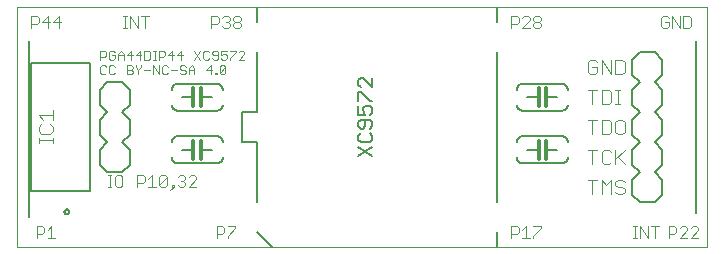
<source format=gto>
G75*
%MOIN*%
%OFA0B0*%
%FSLAX25Y25*%
%IPPOS*%
%LPD*%
%AMOC8*
5,1,8,0,0,1.08239X$1,22.5*
%
%ADD10C,0.00000*%
%ADD11C,0.00400*%
%ADD12C,0.00300*%
%ADD13C,0.00600*%
%ADD14C,0.01200*%
%ADD15C,0.00500*%
%ADD16C,0.00800*%
D10*
X0001000Y0001301D02*
X0001000Y0081261D01*
X0230999Y0081260D01*
X0230999Y0001300D01*
X0001000Y0001301D01*
D11*
X0191199Y0023604D02*
X0194268Y0023604D01*
X0192734Y0023604D02*
X0192734Y0019000D01*
X0195803Y0019000D02*
X0195803Y0023604D01*
X0197338Y0022069D01*
X0198872Y0023604D01*
X0198872Y0019000D01*
X0200407Y0019767D02*
X0201174Y0019000D01*
X0202709Y0019000D01*
X0203476Y0019767D01*
X0203476Y0020535D01*
X0202709Y0021302D01*
X0201174Y0021302D01*
X0200407Y0022069D01*
X0200407Y0022837D01*
X0201174Y0023604D01*
X0202709Y0023604D01*
X0203476Y0022837D01*
X0203476Y0029000D02*
X0201174Y0031302D01*
X0200407Y0030535D02*
X0203476Y0033604D01*
X0200407Y0033604D02*
X0200407Y0029000D01*
X0198872Y0029767D02*
X0198105Y0029000D01*
X0196570Y0029000D01*
X0195803Y0029767D01*
X0195803Y0032837D01*
X0196570Y0033604D01*
X0198105Y0033604D01*
X0198872Y0032837D01*
X0194268Y0033604D02*
X0191199Y0033604D01*
X0192734Y0033604D02*
X0192734Y0029000D01*
X0192734Y0039000D02*
X0192734Y0043604D01*
X0194268Y0043604D02*
X0191199Y0043604D01*
X0195803Y0043604D02*
X0198105Y0043604D01*
X0198872Y0042837D01*
X0198872Y0039767D01*
X0198105Y0039000D01*
X0195803Y0039000D01*
X0195803Y0043604D01*
X0200407Y0042837D02*
X0200407Y0039767D01*
X0201174Y0039000D01*
X0202709Y0039000D01*
X0203476Y0039767D01*
X0203476Y0042837D01*
X0202709Y0043604D01*
X0201174Y0043604D01*
X0200407Y0042837D01*
X0200407Y0049000D02*
X0201942Y0049000D01*
X0201174Y0049000D02*
X0201174Y0053604D01*
X0200407Y0053604D02*
X0201942Y0053604D01*
X0198872Y0052837D02*
X0198105Y0053604D01*
X0195803Y0053604D01*
X0195803Y0049000D01*
X0198105Y0049000D01*
X0198872Y0049767D01*
X0198872Y0052837D01*
X0194268Y0053604D02*
X0191199Y0053604D01*
X0192734Y0053604D02*
X0192734Y0049000D01*
X0191967Y0059000D02*
X0193501Y0059000D01*
X0194268Y0059767D01*
X0194268Y0061302D01*
X0192734Y0061302D01*
X0194268Y0062837D02*
X0193501Y0063604D01*
X0191967Y0063604D01*
X0191199Y0062837D01*
X0191199Y0059767D01*
X0191967Y0059000D01*
X0195803Y0059000D02*
X0195803Y0063604D01*
X0198872Y0059000D01*
X0198872Y0063604D01*
X0200407Y0063604D02*
X0202709Y0063604D01*
X0203476Y0062837D01*
X0203476Y0059767D01*
X0202709Y0059000D01*
X0200407Y0059000D01*
X0200407Y0063604D01*
D12*
X0215624Y0075067D02*
X0216242Y0074450D01*
X0217476Y0074450D01*
X0218093Y0075067D01*
X0218093Y0076302D01*
X0216859Y0076302D01*
X0218093Y0077536D02*
X0217476Y0078153D01*
X0216242Y0078153D01*
X0215624Y0077536D01*
X0215624Y0075067D01*
X0219308Y0074450D02*
X0219308Y0078153D01*
X0221776Y0074450D01*
X0221776Y0078153D01*
X0222991Y0078153D02*
X0224842Y0078153D01*
X0225460Y0077536D01*
X0225460Y0075067D01*
X0224842Y0074450D01*
X0222991Y0074450D01*
X0222991Y0078153D01*
X0175460Y0077536D02*
X0175460Y0076919D01*
X0174842Y0076302D01*
X0173608Y0076302D01*
X0172991Y0076919D01*
X0172991Y0077536D01*
X0173608Y0078153D01*
X0174842Y0078153D01*
X0175460Y0077536D01*
X0174842Y0076302D02*
X0175460Y0075684D01*
X0175460Y0075067D01*
X0174842Y0074450D01*
X0173608Y0074450D01*
X0172991Y0075067D01*
X0172991Y0075684D01*
X0173608Y0076302D01*
X0171776Y0076919D02*
X0171776Y0077536D01*
X0171159Y0078153D01*
X0169925Y0078153D01*
X0169308Y0077536D01*
X0168093Y0077536D02*
X0168093Y0076302D01*
X0167476Y0075684D01*
X0165624Y0075684D01*
X0165624Y0074450D02*
X0165624Y0078153D01*
X0167476Y0078153D01*
X0168093Y0077536D01*
X0169308Y0074450D02*
X0171776Y0076919D01*
X0171776Y0074450D02*
X0169308Y0074450D01*
X0076746Y0066169D02*
X0076746Y0065685D01*
X0074811Y0063750D01*
X0076746Y0063750D01*
X0076746Y0066169D02*
X0076263Y0066652D01*
X0075295Y0066652D01*
X0074811Y0066169D01*
X0073800Y0066169D02*
X0071865Y0064234D01*
X0071865Y0063750D01*
X0070853Y0064234D02*
X0070370Y0063750D01*
X0069402Y0063750D01*
X0068918Y0064234D01*
X0068918Y0065201D02*
X0069886Y0065685D01*
X0070370Y0065685D01*
X0070853Y0065201D01*
X0070853Y0064234D01*
X0068918Y0065201D02*
X0068918Y0066652D01*
X0070853Y0066652D01*
X0071865Y0066652D02*
X0073800Y0066652D01*
X0073800Y0066169D01*
X0067907Y0066169D02*
X0067423Y0066652D01*
X0066456Y0066652D01*
X0065972Y0066169D01*
X0065972Y0065685D01*
X0066456Y0065201D01*
X0067907Y0065201D01*
X0067907Y0064234D02*
X0067907Y0066169D01*
X0064960Y0066169D02*
X0064476Y0066652D01*
X0063509Y0066652D01*
X0063025Y0066169D01*
X0063025Y0064234D01*
X0063509Y0063750D01*
X0064476Y0063750D01*
X0064960Y0064234D01*
X0065972Y0064234D02*
X0066456Y0063750D01*
X0067423Y0063750D01*
X0067907Y0064234D01*
X0068911Y0061852D02*
X0069878Y0061852D01*
X0070362Y0061369D01*
X0068427Y0059434D01*
X0068911Y0058950D01*
X0069878Y0058950D01*
X0070362Y0059434D01*
X0070362Y0061369D01*
X0068911Y0061852D02*
X0068427Y0061369D01*
X0068427Y0059434D01*
X0067438Y0059434D02*
X0067438Y0058950D01*
X0066954Y0058950D01*
X0066954Y0059434D01*
X0067438Y0059434D01*
X0065459Y0058950D02*
X0065459Y0061852D01*
X0064007Y0060401D01*
X0065942Y0060401D01*
X0060049Y0060401D02*
X0058114Y0060401D01*
X0058114Y0060885D02*
X0059082Y0061852D01*
X0060049Y0060885D01*
X0060049Y0058950D01*
X0058114Y0058950D02*
X0058114Y0060885D01*
X0057103Y0061369D02*
X0056619Y0061852D01*
X0055652Y0061852D01*
X0055168Y0061369D01*
X0055168Y0060885D01*
X0055652Y0060401D01*
X0056619Y0060401D01*
X0057103Y0059917D01*
X0057103Y0059434D01*
X0056619Y0058950D01*
X0055652Y0058950D01*
X0055168Y0059434D01*
X0051210Y0059434D02*
X0050726Y0058950D01*
X0049759Y0058950D01*
X0049275Y0059434D01*
X0049275Y0061369D01*
X0049759Y0061852D01*
X0050726Y0061852D01*
X0051210Y0061369D01*
X0052221Y0060401D02*
X0054156Y0060401D01*
X0048263Y0058950D02*
X0048263Y0061852D01*
X0046328Y0061852D02*
X0048263Y0058950D01*
X0046328Y0058950D02*
X0046328Y0061852D01*
X0045317Y0060401D02*
X0043382Y0060401D01*
X0042370Y0061369D02*
X0042370Y0061852D01*
X0042370Y0061369D02*
X0041403Y0060401D01*
X0041403Y0058950D01*
X0039424Y0059434D02*
X0039424Y0059917D01*
X0038940Y0060401D01*
X0037489Y0060401D01*
X0038940Y0060401D02*
X0039424Y0060885D01*
X0039424Y0061369D01*
X0038940Y0061852D01*
X0037489Y0061852D01*
X0037489Y0058950D01*
X0038940Y0058950D01*
X0039424Y0059434D01*
X0040435Y0061369D02*
X0041403Y0060401D01*
X0040435Y0061369D02*
X0040435Y0061852D01*
X0041887Y0063750D02*
X0041887Y0066652D01*
X0040435Y0065201D01*
X0042370Y0065201D01*
X0043382Y0063750D02*
X0044833Y0063750D01*
X0045317Y0064234D01*
X0045317Y0066169D01*
X0044833Y0066652D01*
X0043382Y0066652D01*
X0043382Y0063750D01*
X0046328Y0063750D02*
X0047296Y0063750D01*
X0046812Y0063750D02*
X0046812Y0066652D01*
X0046328Y0066652D02*
X0047296Y0066652D01*
X0048293Y0066652D02*
X0049744Y0066652D01*
X0050228Y0066169D01*
X0050228Y0065201D01*
X0049744Y0064717D01*
X0048293Y0064717D01*
X0048293Y0063750D02*
X0048293Y0066652D01*
X0051239Y0065201D02*
X0053174Y0065201D01*
X0054186Y0065201D02*
X0056121Y0065201D01*
X0055637Y0063750D02*
X0055637Y0066652D01*
X0054186Y0065201D01*
X0052690Y0063750D02*
X0052690Y0066652D01*
X0051239Y0065201D01*
X0060079Y0063750D02*
X0062014Y0066652D01*
X0060079Y0066652D02*
X0062014Y0063750D01*
X0039424Y0065201D02*
X0037489Y0065201D01*
X0038940Y0066652D01*
X0038940Y0063750D01*
X0036477Y0063750D02*
X0036477Y0065685D01*
X0035510Y0066652D01*
X0034542Y0065685D01*
X0034542Y0063750D01*
X0033531Y0064234D02*
X0033531Y0065201D01*
X0032563Y0065201D01*
X0031596Y0064234D02*
X0032079Y0063750D01*
X0033047Y0063750D01*
X0033531Y0064234D01*
X0034542Y0065201D02*
X0036477Y0065201D01*
X0033531Y0066169D02*
X0033047Y0066652D01*
X0032079Y0066652D01*
X0031596Y0066169D01*
X0031596Y0064234D01*
X0030584Y0065201D02*
X0030100Y0064717D01*
X0028649Y0064717D01*
X0028649Y0063750D02*
X0028649Y0066652D01*
X0030100Y0066652D01*
X0030584Y0066169D01*
X0030584Y0065201D01*
X0030100Y0061852D02*
X0029133Y0061852D01*
X0028649Y0061369D01*
X0028649Y0059434D01*
X0029133Y0058950D01*
X0030100Y0058950D01*
X0030584Y0059434D01*
X0031596Y0059434D02*
X0032079Y0058950D01*
X0033047Y0058950D01*
X0033531Y0059434D01*
X0031596Y0059434D02*
X0031596Y0061369D01*
X0032079Y0061852D01*
X0033047Y0061852D01*
X0033531Y0061369D01*
X0030584Y0061369D02*
X0030100Y0061852D01*
X0036238Y0074450D02*
X0037473Y0074450D01*
X0036856Y0074450D02*
X0036856Y0078153D01*
X0037473Y0078153D02*
X0036238Y0078153D01*
X0038694Y0078153D02*
X0041163Y0074450D01*
X0041163Y0078153D01*
X0042377Y0078153D02*
X0044846Y0078153D01*
X0043611Y0078153D02*
X0043611Y0074450D01*
X0038694Y0074450D02*
X0038694Y0078153D01*
X0015460Y0076302D02*
X0012991Y0076302D01*
X0014842Y0078153D01*
X0014842Y0074450D01*
X0011776Y0076302D02*
X0009308Y0076302D01*
X0011159Y0078153D01*
X0011159Y0074450D01*
X0008093Y0076302D02*
X0007476Y0075684D01*
X0005624Y0075684D01*
X0005624Y0074450D02*
X0005624Y0078153D01*
X0007476Y0078153D01*
X0008093Y0077536D01*
X0008093Y0076302D01*
X0065624Y0075684D02*
X0067476Y0075684D01*
X0068093Y0076302D01*
X0068093Y0077536D01*
X0067476Y0078153D01*
X0065624Y0078153D01*
X0065624Y0074450D01*
X0069308Y0075067D02*
X0069925Y0074450D01*
X0071159Y0074450D01*
X0071776Y0075067D01*
X0071776Y0075684D01*
X0071159Y0076302D01*
X0070542Y0076302D01*
X0071159Y0076302D02*
X0071776Y0076919D01*
X0071776Y0077536D01*
X0071159Y0078153D01*
X0069925Y0078153D01*
X0069308Y0077536D01*
X0072991Y0077536D02*
X0072991Y0076919D01*
X0073608Y0076302D01*
X0074842Y0076302D01*
X0075460Y0075684D01*
X0075460Y0075067D01*
X0074842Y0074450D01*
X0073608Y0074450D01*
X0072991Y0075067D01*
X0072991Y0075684D01*
X0073608Y0076302D01*
X0074842Y0076302D02*
X0075460Y0076919D01*
X0075460Y0077536D01*
X0074842Y0078153D01*
X0073608Y0078153D01*
X0072991Y0077536D01*
X0012849Y0046859D02*
X0012849Y0043723D01*
X0012065Y0042255D02*
X0012849Y0041471D01*
X0012849Y0039903D01*
X0012065Y0039119D01*
X0008929Y0039119D01*
X0008145Y0039903D01*
X0008145Y0041471D01*
X0008929Y0042255D01*
X0009713Y0043723D02*
X0008145Y0045291D01*
X0012849Y0045291D01*
X0012849Y0037618D02*
X0012849Y0036050D01*
X0012849Y0036834D02*
X0008145Y0036834D01*
X0008145Y0036050D02*
X0008145Y0037618D01*
X0031149Y0025153D02*
X0032384Y0025153D01*
X0031766Y0025153D02*
X0031766Y0021450D01*
X0031149Y0021450D02*
X0032384Y0021450D01*
X0033605Y0022067D02*
X0034222Y0021450D01*
X0035456Y0021450D01*
X0036073Y0022067D01*
X0036073Y0024536D01*
X0035456Y0025153D01*
X0034222Y0025153D01*
X0033605Y0024536D01*
X0033605Y0022067D01*
X0040971Y0021450D02*
X0040971Y0025153D01*
X0042823Y0025153D01*
X0043440Y0024536D01*
X0043440Y0023302D01*
X0042823Y0022684D01*
X0040971Y0022684D01*
X0044654Y0021450D02*
X0047123Y0021450D01*
X0045888Y0021450D02*
X0045888Y0025153D01*
X0044654Y0023919D01*
X0048337Y0024536D02*
X0048954Y0025153D01*
X0050189Y0025153D01*
X0050806Y0024536D01*
X0048337Y0022067D01*
X0048954Y0021450D01*
X0050189Y0021450D01*
X0050806Y0022067D01*
X0050806Y0024536D01*
X0048337Y0024536D02*
X0048337Y0022067D01*
X0052020Y0020216D02*
X0053255Y0021450D01*
X0052638Y0021450D01*
X0052638Y0022067D01*
X0053255Y0022067D01*
X0053255Y0021450D01*
X0054476Y0022067D02*
X0055093Y0021450D01*
X0056327Y0021450D01*
X0056945Y0022067D01*
X0056945Y0022684D01*
X0056327Y0023302D01*
X0055710Y0023302D01*
X0056327Y0023302D02*
X0056945Y0023919D01*
X0056945Y0024536D01*
X0056327Y0025153D01*
X0055093Y0025153D01*
X0054476Y0024536D01*
X0058159Y0024536D02*
X0058776Y0025153D01*
X0060011Y0025153D01*
X0060628Y0024536D01*
X0060628Y0023919D01*
X0058159Y0021450D01*
X0060628Y0021450D01*
X0067466Y0008153D02*
X0069318Y0008153D01*
X0069935Y0007536D01*
X0069935Y0006302D01*
X0069318Y0005684D01*
X0067466Y0005684D01*
X0067466Y0004450D02*
X0067466Y0008153D01*
X0071149Y0008153D02*
X0073618Y0008153D01*
X0073618Y0007536D01*
X0071149Y0005067D01*
X0071149Y0004450D01*
X0013618Y0004450D02*
X0011149Y0004450D01*
X0012384Y0004450D02*
X0012384Y0008153D01*
X0011149Y0006919D01*
X0009935Y0007536D02*
X0009935Y0006302D01*
X0009318Y0005684D01*
X0007466Y0005684D01*
X0007466Y0004450D02*
X0007466Y0008153D01*
X0009318Y0008153D01*
X0009935Y0007536D01*
X0165624Y0008153D02*
X0165624Y0004450D01*
X0165624Y0005684D02*
X0167476Y0005684D01*
X0168093Y0006302D01*
X0168093Y0007536D01*
X0167476Y0008153D01*
X0165624Y0008153D01*
X0169308Y0006919D02*
X0170542Y0008153D01*
X0170542Y0004450D01*
X0169308Y0004450D02*
X0171776Y0004450D01*
X0172991Y0004450D02*
X0172991Y0005067D01*
X0175460Y0007536D01*
X0175460Y0008153D01*
X0172991Y0008153D01*
X0206238Y0008153D02*
X0207473Y0008153D01*
X0206856Y0008153D02*
X0206856Y0004450D01*
X0207473Y0004450D02*
X0206238Y0004450D01*
X0208694Y0004450D02*
X0208694Y0008153D01*
X0211163Y0004450D01*
X0211163Y0008153D01*
X0212377Y0008153D02*
X0214846Y0008153D01*
X0213611Y0008153D02*
X0213611Y0004450D01*
X0218124Y0004450D02*
X0218124Y0008153D01*
X0219976Y0008153D01*
X0220593Y0007536D01*
X0220593Y0006302D01*
X0219976Y0005684D01*
X0218124Y0005684D01*
X0221808Y0004450D02*
X0224276Y0006919D01*
X0224276Y0007536D01*
X0223659Y0008153D01*
X0222425Y0008153D01*
X0221808Y0007536D01*
X0225491Y0007536D02*
X0226108Y0008153D01*
X0227342Y0008153D01*
X0227960Y0007536D01*
X0227960Y0006919D01*
X0225491Y0004450D01*
X0227960Y0004450D01*
X0224276Y0004450D02*
X0221808Y0004450D01*
D13*
X0213499Y0016300D02*
X0208499Y0016300D01*
X0205999Y0018800D01*
X0205999Y0023800D01*
X0208499Y0026300D01*
X0205999Y0028800D01*
X0205999Y0033800D01*
X0208499Y0036300D01*
X0205999Y0038800D01*
X0205999Y0043800D01*
X0208499Y0046300D01*
X0205999Y0048800D01*
X0205999Y0053800D01*
X0208499Y0056300D01*
X0205999Y0058800D01*
X0205999Y0063800D01*
X0208499Y0066300D01*
X0213499Y0066300D01*
X0215999Y0063800D01*
X0215999Y0058800D01*
X0213499Y0056300D01*
X0215999Y0053800D01*
X0215999Y0048800D01*
X0213499Y0046300D01*
X0215999Y0043800D01*
X0215999Y0038800D01*
X0213499Y0036300D01*
X0215999Y0033800D01*
X0215999Y0028800D01*
X0213499Y0026300D01*
X0215999Y0023800D01*
X0215999Y0018800D01*
X0213499Y0016300D01*
X0182499Y0029300D02*
X0169499Y0029300D01*
X0169412Y0029302D01*
X0169325Y0029308D01*
X0169238Y0029317D01*
X0169152Y0029330D01*
X0169066Y0029347D01*
X0168981Y0029368D01*
X0168898Y0029393D01*
X0168815Y0029421D01*
X0168734Y0029452D01*
X0168654Y0029487D01*
X0168576Y0029526D01*
X0168499Y0029568D01*
X0168424Y0029613D01*
X0168352Y0029662D01*
X0168281Y0029713D01*
X0168213Y0029768D01*
X0168148Y0029825D01*
X0168085Y0029886D01*
X0168024Y0029949D01*
X0167967Y0030014D01*
X0167912Y0030082D01*
X0167861Y0030153D01*
X0167812Y0030225D01*
X0167767Y0030300D01*
X0167725Y0030377D01*
X0167686Y0030455D01*
X0167651Y0030535D01*
X0167620Y0030616D01*
X0167592Y0030699D01*
X0167567Y0030782D01*
X0167546Y0030867D01*
X0167529Y0030953D01*
X0167516Y0031039D01*
X0167507Y0031126D01*
X0167501Y0031213D01*
X0167499Y0031300D01*
X0170999Y0033800D02*
X0174799Y0033800D01*
X0177299Y0033800D02*
X0180999Y0033800D01*
X0184499Y0031300D02*
X0184497Y0031213D01*
X0184491Y0031126D01*
X0184482Y0031039D01*
X0184469Y0030953D01*
X0184452Y0030867D01*
X0184431Y0030782D01*
X0184406Y0030699D01*
X0184378Y0030616D01*
X0184347Y0030535D01*
X0184312Y0030455D01*
X0184273Y0030377D01*
X0184231Y0030300D01*
X0184186Y0030225D01*
X0184137Y0030153D01*
X0184086Y0030082D01*
X0184031Y0030014D01*
X0183974Y0029949D01*
X0183913Y0029886D01*
X0183850Y0029825D01*
X0183785Y0029768D01*
X0183717Y0029713D01*
X0183646Y0029662D01*
X0183574Y0029613D01*
X0183499Y0029568D01*
X0183422Y0029526D01*
X0183344Y0029487D01*
X0183264Y0029452D01*
X0183183Y0029421D01*
X0183100Y0029393D01*
X0183017Y0029368D01*
X0182932Y0029347D01*
X0182846Y0029330D01*
X0182760Y0029317D01*
X0182673Y0029308D01*
X0182586Y0029302D01*
X0182499Y0029300D01*
X0184499Y0036300D02*
X0184497Y0036387D01*
X0184491Y0036474D01*
X0184482Y0036561D01*
X0184469Y0036647D01*
X0184452Y0036733D01*
X0184431Y0036818D01*
X0184406Y0036901D01*
X0184378Y0036984D01*
X0184347Y0037065D01*
X0184312Y0037145D01*
X0184273Y0037223D01*
X0184231Y0037300D01*
X0184186Y0037375D01*
X0184137Y0037447D01*
X0184086Y0037518D01*
X0184031Y0037586D01*
X0183974Y0037651D01*
X0183913Y0037714D01*
X0183850Y0037775D01*
X0183785Y0037832D01*
X0183717Y0037887D01*
X0183646Y0037938D01*
X0183574Y0037987D01*
X0183499Y0038032D01*
X0183422Y0038074D01*
X0183344Y0038113D01*
X0183264Y0038148D01*
X0183183Y0038179D01*
X0183100Y0038207D01*
X0183017Y0038232D01*
X0182932Y0038253D01*
X0182846Y0038270D01*
X0182760Y0038283D01*
X0182673Y0038292D01*
X0182586Y0038298D01*
X0182499Y0038300D01*
X0169499Y0038300D01*
X0169412Y0038298D01*
X0169325Y0038292D01*
X0169238Y0038283D01*
X0169152Y0038270D01*
X0169066Y0038253D01*
X0168981Y0038232D01*
X0168898Y0038207D01*
X0168815Y0038179D01*
X0168734Y0038148D01*
X0168654Y0038113D01*
X0168576Y0038074D01*
X0168499Y0038032D01*
X0168424Y0037987D01*
X0168352Y0037938D01*
X0168281Y0037887D01*
X0168213Y0037832D01*
X0168148Y0037775D01*
X0168085Y0037714D01*
X0168024Y0037651D01*
X0167967Y0037586D01*
X0167912Y0037518D01*
X0167861Y0037447D01*
X0167812Y0037375D01*
X0167767Y0037300D01*
X0167725Y0037223D01*
X0167686Y0037145D01*
X0167651Y0037065D01*
X0167620Y0036984D01*
X0167592Y0036901D01*
X0167567Y0036818D01*
X0167546Y0036733D01*
X0167529Y0036647D01*
X0167516Y0036561D01*
X0167507Y0036474D01*
X0167501Y0036387D01*
X0167499Y0036300D01*
X0169499Y0046800D02*
X0182499Y0046800D01*
X0182586Y0046802D01*
X0182673Y0046808D01*
X0182760Y0046817D01*
X0182846Y0046830D01*
X0182932Y0046847D01*
X0183017Y0046868D01*
X0183100Y0046893D01*
X0183183Y0046921D01*
X0183264Y0046952D01*
X0183344Y0046987D01*
X0183422Y0047026D01*
X0183499Y0047068D01*
X0183574Y0047113D01*
X0183646Y0047162D01*
X0183717Y0047213D01*
X0183785Y0047268D01*
X0183850Y0047325D01*
X0183913Y0047386D01*
X0183974Y0047449D01*
X0184031Y0047514D01*
X0184086Y0047582D01*
X0184137Y0047653D01*
X0184186Y0047725D01*
X0184231Y0047800D01*
X0184273Y0047877D01*
X0184312Y0047955D01*
X0184347Y0048035D01*
X0184378Y0048116D01*
X0184406Y0048199D01*
X0184431Y0048282D01*
X0184452Y0048367D01*
X0184469Y0048453D01*
X0184482Y0048539D01*
X0184491Y0048626D01*
X0184497Y0048713D01*
X0184499Y0048800D01*
X0180999Y0051300D02*
X0177299Y0051300D01*
X0174799Y0051300D02*
X0170999Y0051300D01*
X0167499Y0048800D02*
X0167501Y0048713D01*
X0167507Y0048626D01*
X0167516Y0048539D01*
X0167529Y0048453D01*
X0167546Y0048367D01*
X0167567Y0048282D01*
X0167592Y0048199D01*
X0167620Y0048116D01*
X0167651Y0048035D01*
X0167686Y0047955D01*
X0167725Y0047877D01*
X0167767Y0047800D01*
X0167812Y0047725D01*
X0167861Y0047653D01*
X0167912Y0047582D01*
X0167967Y0047514D01*
X0168024Y0047449D01*
X0168085Y0047386D01*
X0168148Y0047325D01*
X0168213Y0047268D01*
X0168281Y0047213D01*
X0168352Y0047162D01*
X0168424Y0047113D01*
X0168499Y0047068D01*
X0168576Y0047026D01*
X0168654Y0046987D01*
X0168734Y0046952D01*
X0168815Y0046921D01*
X0168898Y0046893D01*
X0168981Y0046868D01*
X0169066Y0046847D01*
X0169152Y0046830D01*
X0169238Y0046817D01*
X0169325Y0046808D01*
X0169412Y0046802D01*
X0169499Y0046800D01*
X0167499Y0053800D02*
X0167501Y0053887D01*
X0167507Y0053974D01*
X0167516Y0054061D01*
X0167529Y0054147D01*
X0167546Y0054233D01*
X0167567Y0054318D01*
X0167592Y0054401D01*
X0167620Y0054484D01*
X0167651Y0054565D01*
X0167686Y0054645D01*
X0167725Y0054723D01*
X0167767Y0054800D01*
X0167812Y0054875D01*
X0167861Y0054947D01*
X0167912Y0055018D01*
X0167967Y0055086D01*
X0168024Y0055151D01*
X0168085Y0055214D01*
X0168148Y0055275D01*
X0168213Y0055332D01*
X0168281Y0055387D01*
X0168352Y0055438D01*
X0168424Y0055487D01*
X0168499Y0055532D01*
X0168576Y0055574D01*
X0168654Y0055613D01*
X0168734Y0055648D01*
X0168815Y0055679D01*
X0168898Y0055707D01*
X0168981Y0055732D01*
X0169066Y0055753D01*
X0169152Y0055770D01*
X0169238Y0055783D01*
X0169325Y0055792D01*
X0169412Y0055798D01*
X0169499Y0055800D01*
X0182499Y0055800D01*
X0182586Y0055798D01*
X0182673Y0055792D01*
X0182760Y0055783D01*
X0182846Y0055770D01*
X0182932Y0055753D01*
X0183017Y0055732D01*
X0183100Y0055707D01*
X0183183Y0055679D01*
X0183264Y0055648D01*
X0183344Y0055613D01*
X0183422Y0055574D01*
X0183499Y0055532D01*
X0183574Y0055487D01*
X0183646Y0055438D01*
X0183717Y0055387D01*
X0183785Y0055332D01*
X0183850Y0055275D01*
X0183913Y0055214D01*
X0183974Y0055151D01*
X0184031Y0055086D01*
X0184086Y0055018D01*
X0184137Y0054947D01*
X0184186Y0054875D01*
X0184231Y0054800D01*
X0184273Y0054723D01*
X0184312Y0054645D01*
X0184347Y0054565D01*
X0184378Y0054484D01*
X0184406Y0054401D01*
X0184431Y0054318D01*
X0184452Y0054233D01*
X0184469Y0054147D01*
X0184482Y0054061D01*
X0184491Y0053974D01*
X0184497Y0053887D01*
X0184499Y0053800D01*
X0160999Y0066300D02*
X0160999Y0016300D01*
X0160999Y0006300D02*
X0160999Y0001300D01*
X0085999Y0001300D02*
X0080999Y0006300D01*
X0080999Y0016300D02*
X0080999Y0036300D01*
X0075999Y0036300D01*
X0075999Y0046300D01*
X0080999Y0046300D01*
X0080999Y0066300D01*
X0080999Y0076300D02*
X0080999Y0081300D01*
X0025299Y0062500D02*
X0005699Y0062500D01*
X0005699Y0020100D01*
X0025299Y0020100D01*
X0025299Y0062500D01*
X0030999Y0056300D02*
X0035999Y0056300D01*
X0038499Y0053800D01*
X0038499Y0048800D01*
X0035999Y0046300D01*
X0038499Y0043800D01*
X0038499Y0038800D01*
X0035999Y0036300D01*
X0038499Y0033800D01*
X0038499Y0028800D01*
X0035999Y0026300D01*
X0030999Y0026300D01*
X0028499Y0028800D01*
X0028499Y0033800D01*
X0030999Y0036300D01*
X0028499Y0038800D01*
X0028499Y0043800D01*
X0030999Y0046300D01*
X0028499Y0048800D01*
X0028499Y0053800D01*
X0030999Y0056300D01*
X0054499Y0055800D02*
X0067499Y0055800D01*
X0067586Y0055798D01*
X0067673Y0055792D01*
X0067760Y0055783D01*
X0067846Y0055770D01*
X0067932Y0055753D01*
X0068017Y0055732D01*
X0068100Y0055707D01*
X0068183Y0055679D01*
X0068264Y0055648D01*
X0068344Y0055613D01*
X0068422Y0055574D01*
X0068499Y0055532D01*
X0068574Y0055487D01*
X0068646Y0055438D01*
X0068717Y0055387D01*
X0068785Y0055332D01*
X0068850Y0055275D01*
X0068913Y0055214D01*
X0068974Y0055151D01*
X0069031Y0055086D01*
X0069086Y0055018D01*
X0069137Y0054947D01*
X0069186Y0054875D01*
X0069231Y0054800D01*
X0069273Y0054723D01*
X0069312Y0054645D01*
X0069347Y0054565D01*
X0069378Y0054484D01*
X0069406Y0054401D01*
X0069431Y0054318D01*
X0069452Y0054233D01*
X0069469Y0054147D01*
X0069482Y0054061D01*
X0069491Y0053974D01*
X0069497Y0053887D01*
X0069499Y0053800D01*
X0065999Y0051300D02*
X0062199Y0051300D01*
X0059699Y0051300D02*
X0055999Y0051300D01*
X0052499Y0048800D02*
X0052501Y0048713D01*
X0052507Y0048626D01*
X0052516Y0048539D01*
X0052529Y0048453D01*
X0052546Y0048367D01*
X0052567Y0048282D01*
X0052592Y0048199D01*
X0052620Y0048116D01*
X0052651Y0048035D01*
X0052686Y0047955D01*
X0052725Y0047877D01*
X0052767Y0047800D01*
X0052812Y0047725D01*
X0052861Y0047653D01*
X0052912Y0047582D01*
X0052967Y0047514D01*
X0053024Y0047449D01*
X0053085Y0047386D01*
X0053148Y0047325D01*
X0053213Y0047268D01*
X0053281Y0047213D01*
X0053352Y0047162D01*
X0053424Y0047113D01*
X0053499Y0047068D01*
X0053576Y0047026D01*
X0053654Y0046987D01*
X0053734Y0046952D01*
X0053815Y0046921D01*
X0053898Y0046893D01*
X0053981Y0046868D01*
X0054066Y0046847D01*
X0054152Y0046830D01*
X0054238Y0046817D01*
X0054325Y0046808D01*
X0054412Y0046802D01*
X0054499Y0046800D01*
X0067499Y0046800D01*
X0067586Y0046802D01*
X0067673Y0046808D01*
X0067760Y0046817D01*
X0067846Y0046830D01*
X0067932Y0046847D01*
X0068017Y0046868D01*
X0068100Y0046893D01*
X0068183Y0046921D01*
X0068264Y0046952D01*
X0068344Y0046987D01*
X0068422Y0047026D01*
X0068499Y0047068D01*
X0068574Y0047113D01*
X0068646Y0047162D01*
X0068717Y0047213D01*
X0068785Y0047268D01*
X0068850Y0047325D01*
X0068913Y0047386D01*
X0068974Y0047449D01*
X0069031Y0047514D01*
X0069086Y0047582D01*
X0069137Y0047653D01*
X0069186Y0047725D01*
X0069231Y0047800D01*
X0069273Y0047877D01*
X0069312Y0047955D01*
X0069347Y0048035D01*
X0069378Y0048116D01*
X0069406Y0048199D01*
X0069431Y0048282D01*
X0069452Y0048367D01*
X0069469Y0048453D01*
X0069482Y0048539D01*
X0069491Y0048626D01*
X0069497Y0048713D01*
X0069499Y0048800D01*
X0054499Y0055800D02*
X0054412Y0055798D01*
X0054325Y0055792D01*
X0054238Y0055783D01*
X0054152Y0055770D01*
X0054066Y0055753D01*
X0053981Y0055732D01*
X0053898Y0055707D01*
X0053815Y0055679D01*
X0053734Y0055648D01*
X0053654Y0055613D01*
X0053576Y0055574D01*
X0053499Y0055532D01*
X0053424Y0055487D01*
X0053352Y0055438D01*
X0053281Y0055387D01*
X0053213Y0055332D01*
X0053148Y0055275D01*
X0053085Y0055214D01*
X0053024Y0055151D01*
X0052967Y0055086D01*
X0052912Y0055018D01*
X0052861Y0054947D01*
X0052812Y0054875D01*
X0052767Y0054800D01*
X0052725Y0054723D01*
X0052686Y0054645D01*
X0052651Y0054565D01*
X0052620Y0054484D01*
X0052592Y0054401D01*
X0052567Y0054318D01*
X0052546Y0054233D01*
X0052529Y0054147D01*
X0052516Y0054061D01*
X0052507Y0053974D01*
X0052501Y0053887D01*
X0052499Y0053800D01*
X0054499Y0038300D02*
X0067499Y0038300D01*
X0067586Y0038298D01*
X0067673Y0038292D01*
X0067760Y0038283D01*
X0067846Y0038270D01*
X0067932Y0038253D01*
X0068017Y0038232D01*
X0068100Y0038207D01*
X0068183Y0038179D01*
X0068264Y0038148D01*
X0068344Y0038113D01*
X0068422Y0038074D01*
X0068499Y0038032D01*
X0068574Y0037987D01*
X0068646Y0037938D01*
X0068717Y0037887D01*
X0068785Y0037832D01*
X0068850Y0037775D01*
X0068913Y0037714D01*
X0068974Y0037651D01*
X0069031Y0037586D01*
X0069086Y0037518D01*
X0069137Y0037447D01*
X0069186Y0037375D01*
X0069231Y0037300D01*
X0069273Y0037223D01*
X0069312Y0037145D01*
X0069347Y0037065D01*
X0069378Y0036984D01*
X0069406Y0036901D01*
X0069431Y0036818D01*
X0069452Y0036733D01*
X0069469Y0036647D01*
X0069482Y0036561D01*
X0069491Y0036474D01*
X0069497Y0036387D01*
X0069499Y0036300D01*
X0065999Y0033800D02*
X0062199Y0033800D01*
X0059699Y0033800D02*
X0055999Y0033800D01*
X0052499Y0031300D02*
X0052501Y0031213D01*
X0052507Y0031126D01*
X0052516Y0031039D01*
X0052529Y0030953D01*
X0052546Y0030867D01*
X0052567Y0030782D01*
X0052592Y0030699D01*
X0052620Y0030616D01*
X0052651Y0030535D01*
X0052686Y0030455D01*
X0052725Y0030377D01*
X0052767Y0030300D01*
X0052812Y0030225D01*
X0052861Y0030153D01*
X0052912Y0030082D01*
X0052967Y0030014D01*
X0053024Y0029949D01*
X0053085Y0029886D01*
X0053148Y0029825D01*
X0053213Y0029768D01*
X0053281Y0029713D01*
X0053352Y0029662D01*
X0053424Y0029613D01*
X0053499Y0029568D01*
X0053576Y0029526D01*
X0053654Y0029487D01*
X0053734Y0029452D01*
X0053815Y0029421D01*
X0053898Y0029393D01*
X0053981Y0029368D01*
X0054066Y0029347D01*
X0054152Y0029330D01*
X0054238Y0029317D01*
X0054325Y0029308D01*
X0054412Y0029302D01*
X0054499Y0029300D01*
X0067499Y0029300D01*
X0067586Y0029302D01*
X0067673Y0029308D01*
X0067760Y0029317D01*
X0067846Y0029330D01*
X0067932Y0029347D01*
X0068017Y0029368D01*
X0068100Y0029393D01*
X0068183Y0029421D01*
X0068264Y0029452D01*
X0068344Y0029487D01*
X0068422Y0029526D01*
X0068499Y0029568D01*
X0068574Y0029613D01*
X0068646Y0029662D01*
X0068717Y0029713D01*
X0068785Y0029768D01*
X0068850Y0029825D01*
X0068913Y0029886D01*
X0068974Y0029949D01*
X0069031Y0030014D01*
X0069086Y0030082D01*
X0069137Y0030153D01*
X0069186Y0030225D01*
X0069231Y0030300D01*
X0069273Y0030377D01*
X0069312Y0030455D01*
X0069347Y0030535D01*
X0069378Y0030616D01*
X0069406Y0030699D01*
X0069431Y0030782D01*
X0069452Y0030867D01*
X0069469Y0030953D01*
X0069482Y0031039D01*
X0069491Y0031126D01*
X0069497Y0031213D01*
X0069499Y0031300D01*
X0054499Y0038300D02*
X0054412Y0038298D01*
X0054325Y0038292D01*
X0054238Y0038283D01*
X0054152Y0038270D01*
X0054066Y0038253D01*
X0053981Y0038232D01*
X0053898Y0038207D01*
X0053815Y0038179D01*
X0053734Y0038148D01*
X0053654Y0038113D01*
X0053576Y0038074D01*
X0053499Y0038032D01*
X0053424Y0037987D01*
X0053352Y0037938D01*
X0053281Y0037887D01*
X0053213Y0037832D01*
X0053148Y0037775D01*
X0053085Y0037714D01*
X0053024Y0037651D01*
X0052967Y0037586D01*
X0052912Y0037518D01*
X0052861Y0037447D01*
X0052812Y0037375D01*
X0052767Y0037300D01*
X0052725Y0037223D01*
X0052686Y0037145D01*
X0052651Y0037065D01*
X0052620Y0036984D01*
X0052592Y0036901D01*
X0052567Y0036818D01*
X0052546Y0036733D01*
X0052529Y0036647D01*
X0052516Y0036561D01*
X0052507Y0036474D01*
X0052501Y0036387D01*
X0052499Y0036300D01*
X0017499Y0013900D02*
X0017443Y0013898D01*
X0017388Y0013892D01*
X0017333Y0013883D01*
X0017278Y0013869D01*
X0017225Y0013852D01*
X0017174Y0013831D01*
X0017123Y0013806D01*
X0017075Y0013778D01*
X0017029Y0013747D01*
X0016985Y0013713D01*
X0016943Y0013675D01*
X0016904Y0013635D01*
X0016869Y0013593D01*
X0016836Y0013547D01*
X0016806Y0013500D01*
X0016780Y0013451D01*
X0016757Y0013400D01*
X0016738Y0013347D01*
X0016723Y0013294D01*
X0016711Y0013239D01*
X0016703Y0013184D01*
X0016699Y0013128D01*
X0016699Y0013072D01*
X0016703Y0013016D01*
X0016711Y0012961D01*
X0016723Y0012906D01*
X0016738Y0012853D01*
X0016757Y0012800D01*
X0016780Y0012749D01*
X0016806Y0012700D01*
X0016836Y0012653D01*
X0016869Y0012607D01*
X0016904Y0012565D01*
X0016943Y0012525D01*
X0016985Y0012487D01*
X0017029Y0012453D01*
X0017075Y0012422D01*
X0017123Y0012394D01*
X0017174Y0012369D01*
X0017225Y0012348D01*
X0017278Y0012331D01*
X0017333Y0012317D01*
X0017388Y0012308D01*
X0017443Y0012302D01*
X0017499Y0012300D01*
X0017555Y0012302D01*
X0017610Y0012308D01*
X0017665Y0012317D01*
X0017720Y0012331D01*
X0017773Y0012348D01*
X0017824Y0012369D01*
X0017875Y0012394D01*
X0017923Y0012422D01*
X0017969Y0012453D01*
X0018013Y0012487D01*
X0018055Y0012525D01*
X0018094Y0012565D01*
X0018129Y0012607D01*
X0018162Y0012653D01*
X0018192Y0012700D01*
X0018218Y0012749D01*
X0018241Y0012800D01*
X0018260Y0012853D01*
X0018275Y0012906D01*
X0018287Y0012961D01*
X0018295Y0013016D01*
X0018299Y0013072D01*
X0018299Y0013128D01*
X0018295Y0013184D01*
X0018287Y0013239D01*
X0018275Y0013294D01*
X0018260Y0013347D01*
X0018241Y0013400D01*
X0018218Y0013451D01*
X0018192Y0013500D01*
X0018162Y0013547D01*
X0018129Y0013593D01*
X0018094Y0013635D01*
X0018055Y0013675D01*
X0018013Y0013713D01*
X0017969Y0013747D01*
X0017923Y0013778D01*
X0017875Y0013806D01*
X0017824Y0013831D01*
X0017773Y0013852D01*
X0017720Y0013869D01*
X0017665Y0013883D01*
X0017610Y0013892D01*
X0017555Y0013898D01*
X0017499Y0013900D01*
X0160999Y0076300D02*
X0160999Y0081300D01*
D14*
X0174799Y0054300D02*
X0174799Y0051300D01*
X0174799Y0048300D01*
X0177299Y0048300D02*
X0177299Y0051300D01*
X0177299Y0054300D01*
X0177299Y0036800D02*
X0177299Y0033800D01*
X0177299Y0030800D01*
X0174799Y0030800D02*
X0174799Y0033800D01*
X0174799Y0036800D01*
X0062199Y0036800D02*
X0062199Y0033800D01*
X0062199Y0030800D01*
X0059699Y0030800D02*
X0059699Y0033800D01*
X0059699Y0036800D01*
X0059699Y0048300D02*
X0059699Y0051300D01*
X0059699Y0054300D01*
X0062199Y0054300D02*
X0062199Y0051300D01*
X0062199Y0048300D01*
D15*
X0114745Y0048364D02*
X0114745Y0045362D01*
X0116997Y0045362D01*
X0116247Y0046863D01*
X0116247Y0047614D01*
X0116997Y0048364D01*
X0118499Y0048364D01*
X0119249Y0047614D01*
X0119249Y0046112D01*
X0118499Y0045362D01*
X0118499Y0043760D02*
X0115496Y0043760D01*
X0114745Y0043010D01*
X0114745Y0041508D01*
X0115496Y0040758D01*
X0116247Y0040758D01*
X0116997Y0041508D01*
X0116997Y0043760D01*
X0118499Y0043760D02*
X0119249Y0043010D01*
X0119249Y0041508D01*
X0118499Y0040758D01*
X0118499Y0039156D02*
X0119249Y0038406D01*
X0119249Y0036905D01*
X0118499Y0036154D01*
X0115496Y0036154D01*
X0114745Y0036905D01*
X0114745Y0038406D01*
X0115496Y0039156D01*
X0114745Y0034553D02*
X0119249Y0031550D01*
X0119249Y0034553D02*
X0114745Y0031550D01*
X0114745Y0049966D02*
X0114745Y0052968D01*
X0115496Y0052968D01*
X0118499Y0049966D01*
X0119249Y0049966D01*
X0119249Y0054570D02*
X0116247Y0057572D01*
X0115496Y0057572D01*
X0114745Y0056822D01*
X0114745Y0055320D01*
X0115496Y0054570D01*
X0119249Y0054570D02*
X0119249Y0057572D01*
D16*
X0227102Y0069843D02*
X0227102Y0012757D01*
X0004897Y0011300D02*
X0004897Y0069843D01*
M02*

</source>
